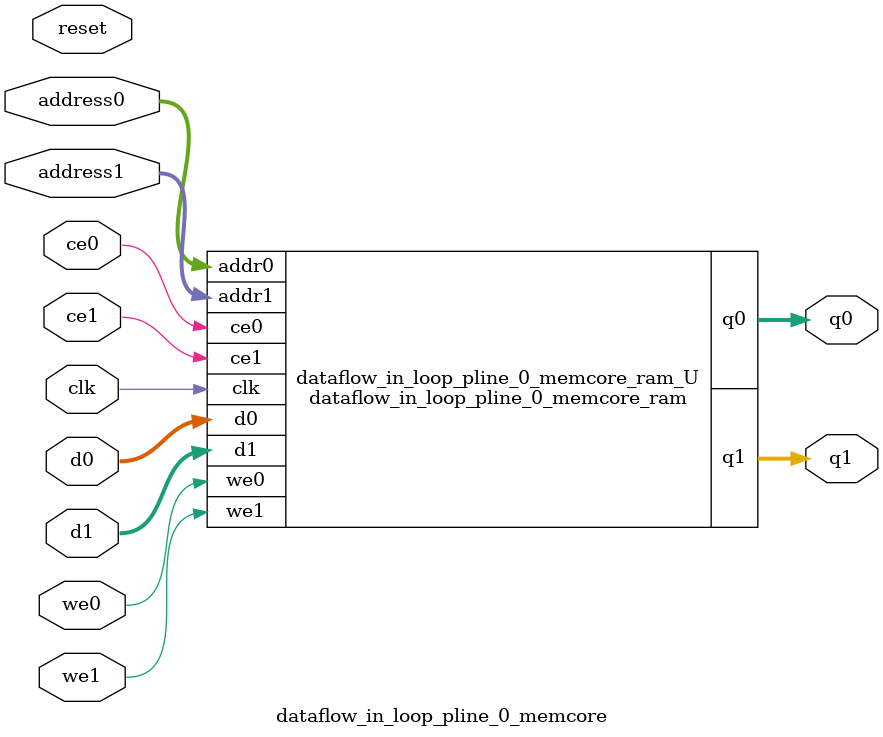
<source format=v>

`timescale 1 ns / 1 ps
module dataflow_in_loop_pline_0_memcore_ram (addr0, ce0, d0, we0, q0, addr1, ce1, d1, we1, q1,  clk);

parameter DWIDTH = 16;
parameter AWIDTH = 5;
parameter MEM_SIZE = 32;

input[AWIDTH-1:0] addr0;
input ce0;
input[DWIDTH-1:0] d0;
input we0;
output reg[DWIDTH-1:0] q0;
input[AWIDTH-1:0] addr1;
input ce1;
input[DWIDTH-1:0] d1;
input we1;
output reg[DWIDTH-1:0] q1;
input clk;

(* ram_style = "distributed" *)reg [DWIDTH-1:0] ram[0:MEM_SIZE-1];




always @(posedge clk)  
begin 
    if (ce0) 
    begin
        if (we0) 
        begin 
            ram[addr0] <= d0; 
            q0 <= d0;
        end 
        else 
            q0 <= ram[addr0];
    end
end


always @(posedge clk)  
begin 
    if (ce1) 
    begin
        if (we1) 
        begin 
            ram[addr1] <= d1; 
            q1 <= d1;
        end 
        else 
            q1 <= ram[addr1];
    end
end


endmodule


`timescale 1 ns / 1 ps
module dataflow_in_loop_pline_0_memcore(
    reset,
    clk,
    address0,
    ce0,
    we0,
    d0,
    q0,
    address1,
    ce1,
    we1,
    d1,
    q1);

parameter DataWidth = 32'd16;
parameter AddressRange = 32'd32;
parameter AddressWidth = 32'd5;
input reset;
input clk;
input[AddressWidth - 1:0] address0;
input ce0;
input we0;
input[DataWidth - 1:0] d0;
output[DataWidth - 1:0] q0;
input[AddressWidth - 1:0] address1;
input ce1;
input we1;
input[DataWidth - 1:0] d1;
output[DataWidth - 1:0] q1;



dataflow_in_loop_pline_0_memcore_ram dataflow_in_loop_pline_0_memcore_ram_U(
    .clk( clk ),
    .addr0( address0 ),
    .ce0( ce0 ),
    .d0( d0 ),
    .we0( we0 ),
    .q0( q0 ),
    .addr1( address1 ),
    .ce1( ce1 ),
    .d1( d1 ),
    .we1( we1 ),
    .q1( q1 ));

endmodule


</source>
